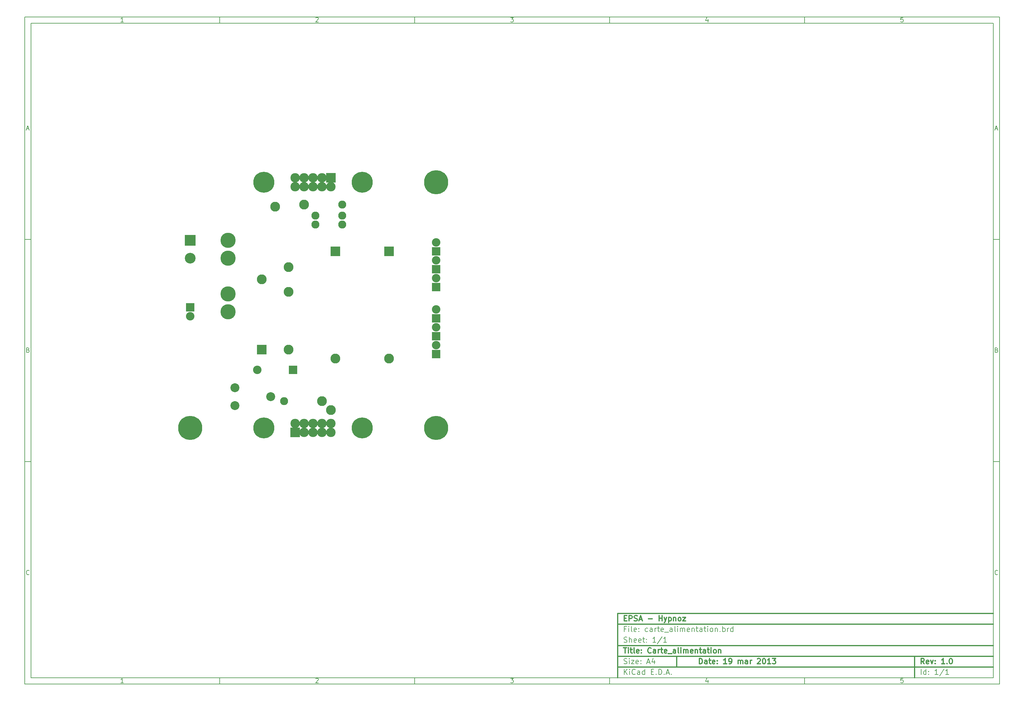
<source format=gbs>
G04 (created by PCBNEW-RS274X (2012-01-19 BZR 3256)-stable) date 19/03/2013 14:49:39*
G01*
G70*
G90*
%MOIN*%
G04 Gerber Fmt 3.4, Leading zero omitted, Abs format*
%FSLAX34Y34*%
G04 APERTURE LIST*
%ADD10C,0.006000*%
%ADD11C,0.012000*%
%ADD12C,0.235000*%
%ADD13R,0.105000X0.105000*%
%ADD14C,0.105000*%
%ADD15C,0.270000*%
%ADD16C,0.100000*%
%ADD17R,0.110000X0.110000*%
%ADD18C,0.110000*%
%ADD19C,0.090000*%
%ADD20R,0.095000X0.095000*%
%ADD21C,0.095000*%
%ADD22C,0.170000*%
%ADD23R,0.120000X0.120000*%
%ADD24C,0.120000*%
G04 APERTURE END LIST*
G54D10*
X04000Y-04000D02*
X113000Y-04000D01*
X113000Y-78670D01*
X04000Y-78670D01*
X04000Y-04000D01*
X04700Y-04700D02*
X112300Y-04700D01*
X112300Y-77970D01*
X04700Y-77970D01*
X04700Y-04700D01*
X25800Y-04000D02*
X25800Y-04700D01*
X15043Y-04552D02*
X14757Y-04552D01*
X14900Y-04552D02*
X14900Y-04052D01*
X14852Y-04124D01*
X14805Y-04171D01*
X14757Y-04195D01*
X25800Y-78670D02*
X25800Y-77970D01*
X15043Y-78522D02*
X14757Y-78522D01*
X14900Y-78522D02*
X14900Y-78022D01*
X14852Y-78094D01*
X14805Y-78141D01*
X14757Y-78165D01*
X47600Y-04000D02*
X47600Y-04700D01*
X36557Y-04100D02*
X36581Y-04076D01*
X36629Y-04052D01*
X36748Y-04052D01*
X36795Y-04076D01*
X36819Y-04100D01*
X36843Y-04148D01*
X36843Y-04195D01*
X36819Y-04267D01*
X36533Y-04552D01*
X36843Y-04552D01*
X47600Y-78670D02*
X47600Y-77970D01*
X36557Y-78070D02*
X36581Y-78046D01*
X36629Y-78022D01*
X36748Y-78022D01*
X36795Y-78046D01*
X36819Y-78070D01*
X36843Y-78118D01*
X36843Y-78165D01*
X36819Y-78237D01*
X36533Y-78522D01*
X36843Y-78522D01*
X69400Y-04000D02*
X69400Y-04700D01*
X58333Y-04052D02*
X58643Y-04052D01*
X58476Y-04243D01*
X58548Y-04243D01*
X58595Y-04267D01*
X58619Y-04290D01*
X58643Y-04338D01*
X58643Y-04457D01*
X58619Y-04505D01*
X58595Y-04529D01*
X58548Y-04552D01*
X58405Y-04552D01*
X58357Y-04529D01*
X58333Y-04505D01*
X69400Y-78670D02*
X69400Y-77970D01*
X58333Y-78022D02*
X58643Y-78022D01*
X58476Y-78213D01*
X58548Y-78213D01*
X58595Y-78237D01*
X58619Y-78260D01*
X58643Y-78308D01*
X58643Y-78427D01*
X58619Y-78475D01*
X58595Y-78499D01*
X58548Y-78522D01*
X58405Y-78522D01*
X58357Y-78499D01*
X58333Y-78475D01*
X91200Y-04000D02*
X91200Y-04700D01*
X80395Y-04219D02*
X80395Y-04552D01*
X80276Y-04029D02*
X80157Y-04386D01*
X80467Y-04386D01*
X91200Y-78670D02*
X91200Y-77970D01*
X80395Y-78189D02*
X80395Y-78522D01*
X80276Y-77999D02*
X80157Y-78356D01*
X80467Y-78356D01*
X102219Y-04052D02*
X101981Y-04052D01*
X101957Y-04290D01*
X101981Y-04267D01*
X102029Y-04243D01*
X102148Y-04243D01*
X102195Y-04267D01*
X102219Y-04290D01*
X102243Y-04338D01*
X102243Y-04457D01*
X102219Y-04505D01*
X102195Y-04529D01*
X102148Y-04552D01*
X102029Y-04552D01*
X101981Y-04529D01*
X101957Y-04505D01*
X102219Y-78022D02*
X101981Y-78022D01*
X101957Y-78260D01*
X101981Y-78237D01*
X102029Y-78213D01*
X102148Y-78213D01*
X102195Y-78237D01*
X102219Y-78260D01*
X102243Y-78308D01*
X102243Y-78427D01*
X102219Y-78475D01*
X102195Y-78499D01*
X102148Y-78522D01*
X102029Y-78522D01*
X101981Y-78499D01*
X101957Y-78475D01*
X04000Y-28890D02*
X04700Y-28890D01*
X04231Y-16510D02*
X04469Y-16510D01*
X04184Y-16652D02*
X04350Y-16152D01*
X04517Y-16652D01*
X113000Y-28890D02*
X112300Y-28890D01*
X112531Y-16510D02*
X112769Y-16510D01*
X112484Y-16652D02*
X112650Y-16152D01*
X112817Y-16652D01*
X04000Y-53780D02*
X04700Y-53780D01*
X04386Y-41280D02*
X04457Y-41304D01*
X04481Y-41328D01*
X04505Y-41376D01*
X04505Y-41447D01*
X04481Y-41495D01*
X04457Y-41519D01*
X04410Y-41542D01*
X04219Y-41542D01*
X04219Y-41042D01*
X04386Y-41042D01*
X04433Y-41066D01*
X04457Y-41090D01*
X04481Y-41138D01*
X04481Y-41185D01*
X04457Y-41233D01*
X04433Y-41257D01*
X04386Y-41280D01*
X04219Y-41280D01*
X113000Y-53780D02*
X112300Y-53780D01*
X112686Y-41280D02*
X112757Y-41304D01*
X112781Y-41328D01*
X112805Y-41376D01*
X112805Y-41447D01*
X112781Y-41495D01*
X112757Y-41519D01*
X112710Y-41542D01*
X112519Y-41542D01*
X112519Y-41042D01*
X112686Y-41042D01*
X112733Y-41066D01*
X112757Y-41090D01*
X112781Y-41138D01*
X112781Y-41185D01*
X112757Y-41233D01*
X112733Y-41257D01*
X112686Y-41280D01*
X112519Y-41280D01*
X04505Y-66385D02*
X04481Y-66409D01*
X04410Y-66432D01*
X04362Y-66432D01*
X04290Y-66409D01*
X04243Y-66361D01*
X04219Y-66313D01*
X04195Y-66218D01*
X04195Y-66147D01*
X04219Y-66051D01*
X04243Y-66004D01*
X04290Y-65956D01*
X04362Y-65932D01*
X04410Y-65932D01*
X04481Y-65956D01*
X04505Y-65980D01*
X112805Y-66385D02*
X112781Y-66409D01*
X112710Y-66432D01*
X112662Y-66432D01*
X112590Y-66409D01*
X112543Y-66361D01*
X112519Y-66313D01*
X112495Y-66218D01*
X112495Y-66147D01*
X112519Y-66051D01*
X112543Y-66004D01*
X112590Y-65956D01*
X112662Y-65932D01*
X112710Y-65932D01*
X112781Y-65956D01*
X112805Y-65980D01*
G54D11*
X79443Y-76413D02*
X79443Y-75813D01*
X79586Y-75813D01*
X79671Y-75841D01*
X79729Y-75899D01*
X79757Y-75956D01*
X79786Y-76070D01*
X79786Y-76156D01*
X79757Y-76270D01*
X79729Y-76327D01*
X79671Y-76384D01*
X79586Y-76413D01*
X79443Y-76413D01*
X80300Y-76413D02*
X80300Y-76099D01*
X80271Y-76041D01*
X80214Y-76013D01*
X80100Y-76013D01*
X80043Y-76041D01*
X80300Y-76384D02*
X80243Y-76413D01*
X80100Y-76413D01*
X80043Y-76384D01*
X80014Y-76327D01*
X80014Y-76270D01*
X80043Y-76213D01*
X80100Y-76184D01*
X80243Y-76184D01*
X80300Y-76156D01*
X80500Y-76013D02*
X80729Y-76013D01*
X80586Y-75813D02*
X80586Y-76327D01*
X80614Y-76384D01*
X80672Y-76413D01*
X80729Y-76413D01*
X81157Y-76384D02*
X81100Y-76413D01*
X80986Y-76413D01*
X80929Y-76384D01*
X80900Y-76327D01*
X80900Y-76099D01*
X80929Y-76041D01*
X80986Y-76013D01*
X81100Y-76013D01*
X81157Y-76041D01*
X81186Y-76099D01*
X81186Y-76156D01*
X80900Y-76213D01*
X81443Y-76356D02*
X81471Y-76384D01*
X81443Y-76413D01*
X81414Y-76384D01*
X81443Y-76356D01*
X81443Y-76413D01*
X81443Y-76041D02*
X81471Y-76070D01*
X81443Y-76099D01*
X81414Y-76070D01*
X81443Y-76041D01*
X81443Y-76099D01*
X82500Y-76413D02*
X82157Y-76413D01*
X82329Y-76413D02*
X82329Y-75813D01*
X82272Y-75899D01*
X82214Y-75956D01*
X82157Y-75984D01*
X82785Y-76413D02*
X82900Y-76413D01*
X82957Y-76384D01*
X82985Y-76356D01*
X83043Y-76270D01*
X83071Y-76156D01*
X83071Y-75927D01*
X83043Y-75870D01*
X83014Y-75841D01*
X82957Y-75813D01*
X82843Y-75813D01*
X82785Y-75841D01*
X82757Y-75870D01*
X82728Y-75927D01*
X82728Y-76070D01*
X82757Y-76127D01*
X82785Y-76156D01*
X82843Y-76184D01*
X82957Y-76184D01*
X83014Y-76156D01*
X83043Y-76127D01*
X83071Y-76070D01*
X83785Y-76413D02*
X83785Y-76013D01*
X83785Y-76070D02*
X83813Y-76041D01*
X83871Y-76013D01*
X83956Y-76013D01*
X84013Y-76041D01*
X84042Y-76099D01*
X84042Y-76413D01*
X84042Y-76099D02*
X84071Y-76041D01*
X84128Y-76013D01*
X84213Y-76013D01*
X84271Y-76041D01*
X84299Y-76099D01*
X84299Y-76413D01*
X84842Y-76413D02*
X84842Y-76099D01*
X84813Y-76041D01*
X84756Y-76013D01*
X84642Y-76013D01*
X84585Y-76041D01*
X84842Y-76384D02*
X84785Y-76413D01*
X84642Y-76413D01*
X84585Y-76384D01*
X84556Y-76327D01*
X84556Y-76270D01*
X84585Y-76213D01*
X84642Y-76184D01*
X84785Y-76184D01*
X84842Y-76156D01*
X85128Y-76413D02*
X85128Y-76013D01*
X85128Y-76127D02*
X85156Y-76070D01*
X85185Y-76041D01*
X85242Y-76013D01*
X85299Y-76013D01*
X85927Y-75870D02*
X85956Y-75841D01*
X86013Y-75813D01*
X86156Y-75813D01*
X86213Y-75841D01*
X86242Y-75870D01*
X86270Y-75927D01*
X86270Y-75984D01*
X86242Y-76070D01*
X85899Y-76413D01*
X86270Y-76413D01*
X86641Y-75813D02*
X86698Y-75813D01*
X86755Y-75841D01*
X86784Y-75870D01*
X86813Y-75927D01*
X86841Y-76041D01*
X86841Y-76184D01*
X86813Y-76299D01*
X86784Y-76356D01*
X86755Y-76384D01*
X86698Y-76413D01*
X86641Y-76413D01*
X86584Y-76384D01*
X86555Y-76356D01*
X86527Y-76299D01*
X86498Y-76184D01*
X86498Y-76041D01*
X86527Y-75927D01*
X86555Y-75870D01*
X86584Y-75841D01*
X86641Y-75813D01*
X87412Y-76413D02*
X87069Y-76413D01*
X87241Y-76413D02*
X87241Y-75813D01*
X87184Y-75899D01*
X87126Y-75956D01*
X87069Y-75984D01*
X87612Y-75813D02*
X87983Y-75813D01*
X87783Y-76041D01*
X87869Y-76041D01*
X87926Y-76070D01*
X87955Y-76099D01*
X87983Y-76156D01*
X87983Y-76299D01*
X87955Y-76356D01*
X87926Y-76384D01*
X87869Y-76413D01*
X87697Y-76413D01*
X87640Y-76384D01*
X87612Y-76356D01*
G54D10*
X71043Y-77613D02*
X71043Y-77013D01*
X71386Y-77613D02*
X71129Y-77270D01*
X71386Y-77013D02*
X71043Y-77356D01*
X71643Y-77613D02*
X71643Y-77213D01*
X71643Y-77013D02*
X71614Y-77041D01*
X71643Y-77070D01*
X71671Y-77041D01*
X71643Y-77013D01*
X71643Y-77070D01*
X72272Y-77556D02*
X72243Y-77584D01*
X72157Y-77613D01*
X72100Y-77613D01*
X72015Y-77584D01*
X71957Y-77527D01*
X71929Y-77470D01*
X71900Y-77356D01*
X71900Y-77270D01*
X71929Y-77156D01*
X71957Y-77099D01*
X72015Y-77041D01*
X72100Y-77013D01*
X72157Y-77013D01*
X72243Y-77041D01*
X72272Y-77070D01*
X72786Y-77613D02*
X72786Y-77299D01*
X72757Y-77241D01*
X72700Y-77213D01*
X72586Y-77213D01*
X72529Y-77241D01*
X72786Y-77584D02*
X72729Y-77613D01*
X72586Y-77613D01*
X72529Y-77584D01*
X72500Y-77527D01*
X72500Y-77470D01*
X72529Y-77413D01*
X72586Y-77384D01*
X72729Y-77384D01*
X72786Y-77356D01*
X73329Y-77613D02*
X73329Y-77013D01*
X73329Y-77584D02*
X73272Y-77613D01*
X73158Y-77613D01*
X73100Y-77584D01*
X73072Y-77556D01*
X73043Y-77499D01*
X73043Y-77327D01*
X73072Y-77270D01*
X73100Y-77241D01*
X73158Y-77213D01*
X73272Y-77213D01*
X73329Y-77241D01*
X74072Y-77299D02*
X74272Y-77299D01*
X74358Y-77613D02*
X74072Y-77613D01*
X74072Y-77013D01*
X74358Y-77013D01*
X74615Y-77556D02*
X74643Y-77584D01*
X74615Y-77613D01*
X74586Y-77584D01*
X74615Y-77556D01*
X74615Y-77613D01*
X74901Y-77613D02*
X74901Y-77013D01*
X75044Y-77013D01*
X75129Y-77041D01*
X75187Y-77099D01*
X75215Y-77156D01*
X75244Y-77270D01*
X75244Y-77356D01*
X75215Y-77470D01*
X75187Y-77527D01*
X75129Y-77584D01*
X75044Y-77613D01*
X74901Y-77613D01*
X75501Y-77556D02*
X75529Y-77584D01*
X75501Y-77613D01*
X75472Y-77584D01*
X75501Y-77556D01*
X75501Y-77613D01*
X75758Y-77441D02*
X76044Y-77441D01*
X75701Y-77613D02*
X75901Y-77013D01*
X76101Y-77613D01*
X76301Y-77556D02*
X76329Y-77584D01*
X76301Y-77613D01*
X76272Y-77584D01*
X76301Y-77556D01*
X76301Y-77613D01*
G54D11*
X104586Y-76413D02*
X104386Y-76127D01*
X104243Y-76413D02*
X104243Y-75813D01*
X104471Y-75813D01*
X104529Y-75841D01*
X104557Y-75870D01*
X104586Y-75927D01*
X104586Y-76013D01*
X104557Y-76070D01*
X104529Y-76099D01*
X104471Y-76127D01*
X104243Y-76127D01*
X105071Y-76384D02*
X105014Y-76413D01*
X104900Y-76413D01*
X104843Y-76384D01*
X104814Y-76327D01*
X104814Y-76099D01*
X104843Y-76041D01*
X104900Y-76013D01*
X105014Y-76013D01*
X105071Y-76041D01*
X105100Y-76099D01*
X105100Y-76156D01*
X104814Y-76213D01*
X105300Y-76013D02*
X105443Y-76413D01*
X105585Y-76013D01*
X105814Y-76356D02*
X105842Y-76384D01*
X105814Y-76413D01*
X105785Y-76384D01*
X105814Y-76356D01*
X105814Y-76413D01*
X105814Y-76041D02*
X105842Y-76070D01*
X105814Y-76099D01*
X105785Y-76070D01*
X105814Y-76041D01*
X105814Y-76099D01*
X106871Y-76413D02*
X106528Y-76413D01*
X106700Y-76413D02*
X106700Y-75813D01*
X106643Y-75899D01*
X106585Y-75956D01*
X106528Y-75984D01*
X107128Y-76356D02*
X107156Y-76384D01*
X107128Y-76413D01*
X107099Y-76384D01*
X107128Y-76356D01*
X107128Y-76413D01*
X107528Y-75813D02*
X107585Y-75813D01*
X107642Y-75841D01*
X107671Y-75870D01*
X107700Y-75927D01*
X107728Y-76041D01*
X107728Y-76184D01*
X107700Y-76299D01*
X107671Y-76356D01*
X107642Y-76384D01*
X107585Y-76413D01*
X107528Y-76413D01*
X107471Y-76384D01*
X107442Y-76356D01*
X107414Y-76299D01*
X107385Y-76184D01*
X107385Y-76041D01*
X107414Y-75927D01*
X107442Y-75870D01*
X107471Y-75841D01*
X107528Y-75813D01*
G54D10*
X71014Y-76384D02*
X71100Y-76413D01*
X71243Y-76413D01*
X71300Y-76384D01*
X71329Y-76356D01*
X71357Y-76299D01*
X71357Y-76241D01*
X71329Y-76184D01*
X71300Y-76156D01*
X71243Y-76127D01*
X71129Y-76099D01*
X71071Y-76070D01*
X71043Y-76041D01*
X71014Y-75984D01*
X71014Y-75927D01*
X71043Y-75870D01*
X71071Y-75841D01*
X71129Y-75813D01*
X71271Y-75813D01*
X71357Y-75841D01*
X71614Y-76413D02*
X71614Y-76013D01*
X71614Y-75813D02*
X71585Y-75841D01*
X71614Y-75870D01*
X71642Y-75841D01*
X71614Y-75813D01*
X71614Y-75870D01*
X71843Y-76013D02*
X72157Y-76013D01*
X71843Y-76413D01*
X72157Y-76413D01*
X72614Y-76384D02*
X72557Y-76413D01*
X72443Y-76413D01*
X72386Y-76384D01*
X72357Y-76327D01*
X72357Y-76099D01*
X72386Y-76041D01*
X72443Y-76013D01*
X72557Y-76013D01*
X72614Y-76041D01*
X72643Y-76099D01*
X72643Y-76156D01*
X72357Y-76213D01*
X72900Y-76356D02*
X72928Y-76384D01*
X72900Y-76413D01*
X72871Y-76384D01*
X72900Y-76356D01*
X72900Y-76413D01*
X72900Y-76041D02*
X72928Y-76070D01*
X72900Y-76099D01*
X72871Y-76070D01*
X72900Y-76041D01*
X72900Y-76099D01*
X73614Y-76241D02*
X73900Y-76241D01*
X73557Y-76413D02*
X73757Y-75813D01*
X73957Y-76413D01*
X74414Y-76013D02*
X74414Y-76413D01*
X74271Y-75784D02*
X74128Y-76213D01*
X74500Y-76213D01*
X104243Y-77613D02*
X104243Y-77013D01*
X104786Y-77613D02*
X104786Y-77013D01*
X104786Y-77584D02*
X104729Y-77613D01*
X104615Y-77613D01*
X104557Y-77584D01*
X104529Y-77556D01*
X104500Y-77499D01*
X104500Y-77327D01*
X104529Y-77270D01*
X104557Y-77241D01*
X104615Y-77213D01*
X104729Y-77213D01*
X104786Y-77241D01*
X105072Y-77556D02*
X105100Y-77584D01*
X105072Y-77613D01*
X105043Y-77584D01*
X105072Y-77556D01*
X105072Y-77613D01*
X105072Y-77241D02*
X105100Y-77270D01*
X105072Y-77299D01*
X105043Y-77270D01*
X105072Y-77241D01*
X105072Y-77299D01*
X106129Y-77613D02*
X105786Y-77613D01*
X105958Y-77613D02*
X105958Y-77013D01*
X105901Y-77099D01*
X105843Y-77156D01*
X105786Y-77184D01*
X106814Y-76984D02*
X106300Y-77756D01*
X107329Y-77613D02*
X106986Y-77613D01*
X107158Y-77613D02*
X107158Y-77013D01*
X107101Y-77099D01*
X107043Y-77156D01*
X106986Y-77184D01*
G54D11*
X70957Y-74613D02*
X71300Y-74613D01*
X71129Y-75213D02*
X71129Y-74613D01*
X71500Y-75213D02*
X71500Y-74813D01*
X71500Y-74613D02*
X71471Y-74641D01*
X71500Y-74670D01*
X71528Y-74641D01*
X71500Y-74613D01*
X71500Y-74670D01*
X71700Y-74813D02*
X71929Y-74813D01*
X71786Y-74613D02*
X71786Y-75127D01*
X71814Y-75184D01*
X71872Y-75213D01*
X71929Y-75213D01*
X72215Y-75213D02*
X72157Y-75184D01*
X72129Y-75127D01*
X72129Y-74613D01*
X72671Y-75184D02*
X72614Y-75213D01*
X72500Y-75213D01*
X72443Y-75184D01*
X72414Y-75127D01*
X72414Y-74899D01*
X72443Y-74841D01*
X72500Y-74813D01*
X72614Y-74813D01*
X72671Y-74841D01*
X72700Y-74899D01*
X72700Y-74956D01*
X72414Y-75013D01*
X72957Y-75156D02*
X72985Y-75184D01*
X72957Y-75213D01*
X72928Y-75184D01*
X72957Y-75156D01*
X72957Y-75213D01*
X72957Y-74841D02*
X72985Y-74870D01*
X72957Y-74899D01*
X72928Y-74870D01*
X72957Y-74841D01*
X72957Y-74899D01*
X74043Y-75156D02*
X74014Y-75184D01*
X73928Y-75213D01*
X73871Y-75213D01*
X73786Y-75184D01*
X73728Y-75127D01*
X73700Y-75070D01*
X73671Y-74956D01*
X73671Y-74870D01*
X73700Y-74756D01*
X73728Y-74699D01*
X73786Y-74641D01*
X73871Y-74613D01*
X73928Y-74613D01*
X74014Y-74641D01*
X74043Y-74670D01*
X74557Y-75213D02*
X74557Y-74899D01*
X74528Y-74841D01*
X74471Y-74813D01*
X74357Y-74813D01*
X74300Y-74841D01*
X74557Y-75184D02*
X74500Y-75213D01*
X74357Y-75213D01*
X74300Y-75184D01*
X74271Y-75127D01*
X74271Y-75070D01*
X74300Y-75013D01*
X74357Y-74984D01*
X74500Y-74984D01*
X74557Y-74956D01*
X74843Y-75213D02*
X74843Y-74813D01*
X74843Y-74927D02*
X74871Y-74870D01*
X74900Y-74841D01*
X74957Y-74813D01*
X75014Y-74813D01*
X75128Y-74813D02*
X75357Y-74813D01*
X75214Y-74613D02*
X75214Y-75127D01*
X75242Y-75184D01*
X75300Y-75213D01*
X75357Y-75213D01*
X75785Y-75184D02*
X75728Y-75213D01*
X75614Y-75213D01*
X75557Y-75184D01*
X75528Y-75127D01*
X75528Y-74899D01*
X75557Y-74841D01*
X75614Y-74813D01*
X75728Y-74813D01*
X75785Y-74841D01*
X75814Y-74899D01*
X75814Y-74956D01*
X75528Y-75013D01*
X75928Y-75270D02*
X76385Y-75270D01*
X76785Y-75213D02*
X76785Y-74899D01*
X76756Y-74841D01*
X76699Y-74813D01*
X76585Y-74813D01*
X76528Y-74841D01*
X76785Y-75184D02*
X76728Y-75213D01*
X76585Y-75213D01*
X76528Y-75184D01*
X76499Y-75127D01*
X76499Y-75070D01*
X76528Y-75013D01*
X76585Y-74984D01*
X76728Y-74984D01*
X76785Y-74956D01*
X77157Y-75213D02*
X77099Y-75184D01*
X77071Y-75127D01*
X77071Y-74613D01*
X77385Y-75213D02*
X77385Y-74813D01*
X77385Y-74613D02*
X77356Y-74641D01*
X77385Y-74670D01*
X77413Y-74641D01*
X77385Y-74613D01*
X77385Y-74670D01*
X77671Y-75213D02*
X77671Y-74813D01*
X77671Y-74870D02*
X77699Y-74841D01*
X77757Y-74813D01*
X77842Y-74813D01*
X77899Y-74841D01*
X77928Y-74899D01*
X77928Y-75213D01*
X77928Y-74899D02*
X77957Y-74841D01*
X78014Y-74813D01*
X78099Y-74813D01*
X78157Y-74841D01*
X78185Y-74899D01*
X78185Y-75213D01*
X78699Y-75184D02*
X78642Y-75213D01*
X78528Y-75213D01*
X78471Y-75184D01*
X78442Y-75127D01*
X78442Y-74899D01*
X78471Y-74841D01*
X78528Y-74813D01*
X78642Y-74813D01*
X78699Y-74841D01*
X78728Y-74899D01*
X78728Y-74956D01*
X78442Y-75013D01*
X78985Y-74813D02*
X78985Y-75213D01*
X78985Y-74870D02*
X79013Y-74841D01*
X79071Y-74813D01*
X79156Y-74813D01*
X79213Y-74841D01*
X79242Y-74899D01*
X79242Y-75213D01*
X79442Y-74813D02*
X79671Y-74813D01*
X79528Y-74613D02*
X79528Y-75127D01*
X79556Y-75184D01*
X79614Y-75213D01*
X79671Y-75213D01*
X80128Y-75213D02*
X80128Y-74899D01*
X80099Y-74841D01*
X80042Y-74813D01*
X79928Y-74813D01*
X79871Y-74841D01*
X80128Y-75184D02*
X80071Y-75213D01*
X79928Y-75213D01*
X79871Y-75184D01*
X79842Y-75127D01*
X79842Y-75070D01*
X79871Y-75013D01*
X79928Y-74984D01*
X80071Y-74984D01*
X80128Y-74956D01*
X80328Y-74813D02*
X80557Y-74813D01*
X80414Y-74613D02*
X80414Y-75127D01*
X80442Y-75184D01*
X80500Y-75213D01*
X80557Y-75213D01*
X80757Y-75213D02*
X80757Y-74813D01*
X80757Y-74613D02*
X80728Y-74641D01*
X80757Y-74670D01*
X80785Y-74641D01*
X80757Y-74613D01*
X80757Y-74670D01*
X81129Y-75213D02*
X81071Y-75184D01*
X81043Y-75156D01*
X81014Y-75099D01*
X81014Y-74927D01*
X81043Y-74870D01*
X81071Y-74841D01*
X81129Y-74813D01*
X81214Y-74813D01*
X81271Y-74841D01*
X81300Y-74870D01*
X81329Y-74927D01*
X81329Y-75099D01*
X81300Y-75156D01*
X81271Y-75184D01*
X81214Y-75213D01*
X81129Y-75213D01*
X81586Y-74813D02*
X81586Y-75213D01*
X81586Y-74870D02*
X81614Y-74841D01*
X81672Y-74813D01*
X81757Y-74813D01*
X81814Y-74841D01*
X81843Y-74899D01*
X81843Y-75213D01*
G54D10*
X71243Y-72499D02*
X71043Y-72499D01*
X71043Y-72813D02*
X71043Y-72213D01*
X71329Y-72213D01*
X71557Y-72813D02*
X71557Y-72413D01*
X71557Y-72213D02*
X71528Y-72241D01*
X71557Y-72270D01*
X71585Y-72241D01*
X71557Y-72213D01*
X71557Y-72270D01*
X71929Y-72813D02*
X71871Y-72784D01*
X71843Y-72727D01*
X71843Y-72213D01*
X72385Y-72784D02*
X72328Y-72813D01*
X72214Y-72813D01*
X72157Y-72784D01*
X72128Y-72727D01*
X72128Y-72499D01*
X72157Y-72441D01*
X72214Y-72413D01*
X72328Y-72413D01*
X72385Y-72441D01*
X72414Y-72499D01*
X72414Y-72556D01*
X72128Y-72613D01*
X72671Y-72756D02*
X72699Y-72784D01*
X72671Y-72813D01*
X72642Y-72784D01*
X72671Y-72756D01*
X72671Y-72813D01*
X72671Y-72441D02*
X72699Y-72470D01*
X72671Y-72499D01*
X72642Y-72470D01*
X72671Y-72441D01*
X72671Y-72499D01*
X73671Y-72784D02*
X73614Y-72813D01*
X73500Y-72813D01*
X73442Y-72784D01*
X73414Y-72756D01*
X73385Y-72699D01*
X73385Y-72527D01*
X73414Y-72470D01*
X73442Y-72441D01*
X73500Y-72413D01*
X73614Y-72413D01*
X73671Y-72441D01*
X74185Y-72813D02*
X74185Y-72499D01*
X74156Y-72441D01*
X74099Y-72413D01*
X73985Y-72413D01*
X73928Y-72441D01*
X74185Y-72784D02*
X74128Y-72813D01*
X73985Y-72813D01*
X73928Y-72784D01*
X73899Y-72727D01*
X73899Y-72670D01*
X73928Y-72613D01*
X73985Y-72584D01*
X74128Y-72584D01*
X74185Y-72556D01*
X74471Y-72813D02*
X74471Y-72413D01*
X74471Y-72527D02*
X74499Y-72470D01*
X74528Y-72441D01*
X74585Y-72413D01*
X74642Y-72413D01*
X74756Y-72413D02*
X74985Y-72413D01*
X74842Y-72213D02*
X74842Y-72727D01*
X74870Y-72784D01*
X74928Y-72813D01*
X74985Y-72813D01*
X75413Y-72784D02*
X75356Y-72813D01*
X75242Y-72813D01*
X75185Y-72784D01*
X75156Y-72727D01*
X75156Y-72499D01*
X75185Y-72441D01*
X75242Y-72413D01*
X75356Y-72413D01*
X75413Y-72441D01*
X75442Y-72499D01*
X75442Y-72556D01*
X75156Y-72613D01*
X75556Y-72870D02*
X76013Y-72870D01*
X76413Y-72813D02*
X76413Y-72499D01*
X76384Y-72441D01*
X76327Y-72413D01*
X76213Y-72413D01*
X76156Y-72441D01*
X76413Y-72784D02*
X76356Y-72813D01*
X76213Y-72813D01*
X76156Y-72784D01*
X76127Y-72727D01*
X76127Y-72670D01*
X76156Y-72613D01*
X76213Y-72584D01*
X76356Y-72584D01*
X76413Y-72556D01*
X76785Y-72813D02*
X76727Y-72784D01*
X76699Y-72727D01*
X76699Y-72213D01*
X77013Y-72813D02*
X77013Y-72413D01*
X77013Y-72213D02*
X76984Y-72241D01*
X77013Y-72270D01*
X77041Y-72241D01*
X77013Y-72213D01*
X77013Y-72270D01*
X77299Y-72813D02*
X77299Y-72413D01*
X77299Y-72470D02*
X77327Y-72441D01*
X77385Y-72413D01*
X77470Y-72413D01*
X77527Y-72441D01*
X77556Y-72499D01*
X77556Y-72813D01*
X77556Y-72499D02*
X77585Y-72441D01*
X77642Y-72413D01*
X77727Y-72413D01*
X77785Y-72441D01*
X77813Y-72499D01*
X77813Y-72813D01*
X78327Y-72784D02*
X78270Y-72813D01*
X78156Y-72813D01*
X78099Y-72784D01*
X78070Y-72727D01*
X78070Y-72499D01*
X78099Y-72441D01*
X78156Y-72413D01*
X78270Y-72413D01*
X78327Y-72441D01*
X78356Y-72499D01*
X78356Y-72556D01*
X78070Y-72613D01*
X78613Y-72413D02*
X78613Y-72813D01*
X78613Y-72470D02*
X78641Y-72441D01*
X78699Y-72413D01*
X78784Y-72413D01*
X78841Y-72441D01*
X78870Y-72499D01*
X78870Y-72813D01*
X79070Y-72413D02*
X79299Y-72413D01*
X79156Y-72213D02*
X79156Y-72727D01*
X79184Y-72784D01*
X79242Y-72813D01*
X79299Y-72813D01*
X79756Y-72813D02*
X79756Y-72499D01*
X79727Y-72441D01*
X79670Y-72413D01*
X79556Y-72413D01*
X79499Y-72441D01*
X79756Y-72784D02*
X79699Y-72813D01*
X79556Y-72813D01*
X79499Y-72784D01*
X79470Y-72727D01*
X79470Y-72670D01*
X79499Y-72613D01*
X79556Y-72584D01*
X79699Y-72584D01*
X79756Y-72556D01*
X79956Y-72413D02*
X80185Y-72413D01*
X80042Y-72213D02*
X80042Y-72727D01*
X80070Y-72784D01*
X80128Y-72813D01*
X80185Y-72813D01*
X80385Y-72813D02*
X80385Y-72413D01*
X80385Y-72213D02*
X80356Y-72241D01*
X80385Y-72270D01*
X80413Y-72241D01*
X80385Y-72213D01*
X80385Y-72270D01*
X80757Y-72813D02*
X80699Y-72784D01*
X80671Y-72756D01*
X80642Y-72699D01*
X80642Y-72527D01*
X80671Y-72470D01*
X80699Y-72441D01*
X80757Y-72413D01*
X80842Y-72413D01*
X80899Y-72441D01*
X80928Y-72470D01*
X80957Y-72527D01*
X80957Y-72699D01*
X80928Y-72756D01*
X80899Y-72784D01*
X80842Y-72813D01*
X80757Y-72813D01*
X81214Y-72413D02*
X81214Y-72813D01*
X81214Y-72470D02*
X81242Y-72441D01*
X81300Y-72413D01*
X81385Y-72413D01*
X81442Y-72441D01*
X81471Y-72499D01*
X81471Y-72813D01*
X81757Y-72756D02*
X81785Y-72784D01*
X81757Y-72813D01*
X81728Y-72784D01*
X81757Y-72756D01*
X81757Y-72813D01*
X82043Y-72813D02*
X82043Y-72213D01*
X82043Y-72441D02*
X82100Y-72413D01*
X82214Y-72413D01*
X82271Y-72441D01*
X82300Y-72470D01*
X82329Y-72527D01*
X82329Y-72699D01*
X82300Y-72756D01*
X82271Y-72784D01*
X82214Y-72813D01*
X82100Y-72813D01*
X82043Y-72784D01*
X82586Y-72813D02*
X82586Y-72413D01*
X82586Y-72527D02*
X82614Y-72470D01*
X82643Y-72441D01*
X82700Y-72413D01*
X82757Y-72413D01*
X83214Y-72813D02*
X83214Y-72213D01*
X83214Y-72784D02*
X83157Y-72813D01*
X83043Y-72813D01*
X82985Y-72784D01*
X82957Y-72756D01*
X82928Y-72699D01*
X82928Y-72527D01*
X82957Y-72470D01*
X82985Y-72441D01*
X83043Y-72413D01*
X83157Y-72413D01*
X83214Y-72441D01*
X71014Y-73984D02*
X71100Y-74013D01*
X71243Y-74013D01*
X71300Y-73984D01*
X71329Y-73956D01*
X71357Y-73899D01*
X71357Y-73841D01*
X71329Y-73784D01*
X71300Y-73756D01*
X71243Y-73727D01*
X71129Y-73699D01*
X71071Y-73670D01*
X71043Y-73641D01*
X71014Y-73584D01*
X71014Y-73527D01*
X71043Y-73470D01*
X71071Y-73441D01*
X71129Y-73413D01*
X71271Y-73413D01*
X71357Y-73441D01*
X71614Y-74013D02*
X71614Y-73413D01*
X71871Y-74013D02*
X71871Y-73699D01*
X71842Y-73641D01*
X71785Y-73613D01*
X71700Y-73613D01*
X71642Y-73641D01*
X71614Y-73670D01*
X72385Y-73984D02*
X72328Y-74013D01*
X72214Y-74013D01*
X72157Y-73984D01*
X72128Y-73927D01*
X72128Y-73699D01*
X72157Y-73641D01*
X72214Y-73613D01*
X72328Y-73613D01*
X72385Y-73641D01*
X72414Y-73699D01*
X72414Y-73756D01*
X72128Y-73813D01*
X72899Y-73984D02*
X72842Y-74013D01*
X72728Y-74013D01*
X72671Y-73984D01*
X72642Y-73927D01*
X72642Y-73699D01*
X72671Y-73641D01*
X72728Y-73613D01*
X72842Y-73613D01*
X72899Y-73641D01*
X72928Y-73699D01*
X72928Y-73756D01*
X72642Y-73813D01*
X73099Y-73613D02*
X73328Y-73613D01*
X73185Y-73413D02*
X73185Y-73927D01*
X73213Y-73984D01*
X73271Y-74013D01*
X73328Y-74013D01*
X73528Y-73956D02*
X73556Y-73984D01*
X73528Y-74013D01*
X73499Y-73984D01*
X73528Y-73956D01*
X73528Y-74013D01*
X73528Y-73641D02*
X73556Y-73670D01*
X73528Y-73699D01*
X73499Y-73670D01*
X73528Y-73641D01*
X73528Y-73699D01*
X74585Y-74013D02*
X74242Y-74013D01*
X74414Y-74013D02*
X74414Y-73413D01*
X74357Y-73499D01*
X74299Y-73556D01*
X74242Y-73584D01*
X75270Y-73384D02*
X74756Y-74156D01*
X75785Y-74013D02*
X75442Y-74013D01*
X75614Y-74013D02*
X75614Y-73413D01*
X75557Y-73499D01*
X75499Y-73556D01*
X75442Y-73584D01*
G54D11*
X71043Y-71299D02*
X71243Y-71299D01*
X71329Y-71613D02*
X71043Y-71613D01*
X71043Y-71013D01*
X71329Y-71013D01*
X71586Y-71613D02*
X71586Y-71013D01*
X71814Y-71013D01*
X71872Y-71041D01*
X71900Y-71070D01*
X71929Y-71127D01*
X71929Y-71213D01*
X71900Y-71270D01*
X71872Y-71299D01*
X71814Y-71327D01*
X71586Y-71327D01*
X72157Y-71584D02*
X72243Y-71613D01*
X72386Y-71613D01*
X72443Y-71584D01*
X72472Y-71556D01*
X72500Y-71499D01*
X72500Y-71441D01*
X72472Y-71384D01*
X72443Y-71356D01*
X72386Y-71327D01*
X72272Y-71299D01*
X72214Y-71270D01*
X72186Y-71241D01*
X72157Y-71184D01*
X72157Y-71127D01*
X72186Y-71070D01*
X72214Y-71041D01*
X72272Y-71013D01*
X72414Y-71013D01*
X72500Y-71041D01*
X72728Y-71441D02*
X73014Y-71441D01*
X72671Y-71613D02*
X72871Y-71013D01*
X73071Y-71613D01*
X73728Y-71384D02*
X74185Y-71384D01*
X74928Y-71613D02*
X74928Y-71013D01*
X74928Y-71299D02*
X75271Y-71299D01*
X75271Y-71613D02*
X75271Y-71013D01*
X75500Y-71213D02*
X75643Y-71613D01*
X75785Y-71213D02*
X75643Y-71613D01*
X75585Y-71756D01*
X75557Y-71784D01*
X75500Y-71813D01*
X76014Y-71213D02*
X76014Y-71813D01*
X76014Y-71241D02*
X76071Y-71213D01*
X76185Y-71213D01*
X76242Y-71241D01*
X76271Y-71270D01*
X76300Y-71327D01*
X76300Y-71499D01*
X76271Y-71556D01*
X76242Y-71584D01*
X76185Y-71613D01*
X76071Y-71613D01*
X76014Y-71584D01*
X76557Y-71213D02*
X76557Y-71613D01*
X76557Y-71270D02*
X76585Y-71241D01*
X76643Y-71213D01*
X76728Y-71213D01*
X76785Y-71241D01*
X76814Y-71299D01*
X76814Y-71613D01*
X77186Y-71613D02*
X77128Y-71584D01*
X77100Y-71556D01*
X77071Y-71499D01*
X77071Y-71327D01*
X77100Y-71270D01*
X77128Y-71241D01*
X77186Y-71213D01*
X77271Y-71213D01*
X77328Y-71241D01*
X77357Y-71270D01*
X77386Y-71327D01*
X77386Y-71499D01*
X77357Y-71556D01*
X77328Y-71584D01*
X77271Y-71613D01*
X77186Y-71613D01*
X77586Y-71213D02*
X77900Y-71213D01*
X77586Y-71613D01*
X77900Y-71613D01*
X70300Y-70770D02*
X70300Y-77970D01*
X70300Y-71970D02*
X112300Y-71970D01*
X70300Y-70770D02*
X112300Y-70770D01*
X70300Y-74370D02*
X112300Y-74370D01*
X103500Y-75570D02*
X103500Y-77970D01*
X70300Y-76770D02*
X112300Y-76770D01*
X70300Y-75570D02*
X112300Y-75570D01*
X76900Y-75570D02*
X76900Y-76770D01*
G54D12*
X30750Y-50000D03*
X41750Y-50000D03*
G54D13*
X34250Y-50500D03*
G54D14*
X34250Y-49500D03*
X35250Y-50500D03*
X35250Y-49500D03*
X36250Y-50500D03*
X36250Y-49500D03*
X37250Y-50500D03*
X37250Y-49500D03*
X38250Y-50500D03*
X38250Y-49500D03*
G54D12*
X41750Y-22500D03*
X30750Y-22500D03*
G54D13*
X38250Y-22000D03*
G54D14*
X38250Y-23000D03*
X37250Y-22000D03*
X37250Y-23000D03*
X36250Y-22000D03*
X36250Y-23000D03*
X35250Y-22000D03*
X35250Y-23000D03*
X34250Y-22000D03*
X34250Y-23000D03*
G54D15*
X50000Y-22500D03*
X50000Y-50000D03*
X22500Y-50000D03*
G54D16*
X27500Y-45500D03*
X31500Y-46500D03*
X27500Y-47500D03*
G54D17*
X30500Y-41250D03*
G54D18*
X33500Y-41250D03*
X33500Y-34754D03*
X33500Y-31998D03*
X30500Y-33376D03*
G54D19*
X39500Y-26250D03*
X36500Y-26250D03*
X36500Y-27250D03*
X39500Y-27250D03*
G54D20*
X22500Y-36500D03*
G54D21*
X22500Y-37500D03*
G54D20*
X50000Y-30250D03*
G54D21*
X50000Y-29250D03*
G54D20*
X50000Y-32250D03*
G54D21*
X50000Y-31250D03*
G54D22*
X26750Y-29000D03*
X26750Y-31000D03*
X26750Y-35000D03*
X26750Y-37000D03*
G54D17*
X38750Y-30250D03*
G54D18*
X38750Y-42250D03*
G54D17*
X44750Y-30250D03*
G54D18*
X44750Y-42250D03*
G54D20*
X50000Y-34250D03*
G54D21*
X50000Y-33250D03*
G54D20*
X50000Y-37750D03*
G54D21*
X50000Y-36750D03*
G54D20*
X50000Y-39750D03*
G54D21*
X50000Y-38750D03*
G54D20*
X50000Y-41750D03*
G54D21*
X50000Y-40750D03*
X30000Y-43500D03*
G54D20*
X34000Y-43500D03*
G54D23*
X22500Y-29000D03*
G54D24*
X22500Y-31000D03*
G54D18*
X37250Y-47000D03*
X35250Y-25000D03*
G54D19*
X33000Y-47000D03*
X39500Y-25000D03*
G54D18*
X38250Y-48000D03*
X32000Y-25250D03*
M02*

</source>
